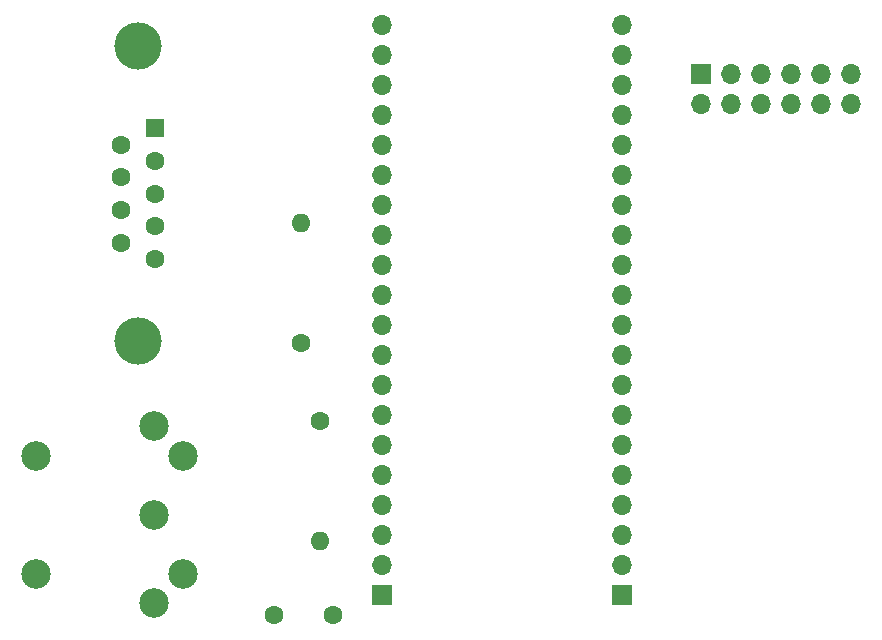
<source format=gbr>
%TF.GenerationSoftware,KiCad,Pcbnew,9.0.2*%
%TF.CreationDate,2025-12-11T17:12:11+00:00*%
%TF.ProjectId,nanoshield,6e616e6f-7368-4696-956c-642e6b696361,rev?*%
%TF.SameCoordinates,Original*%
%TF.FileFunction,Soldermask,Bot*%
%TF.FilePolarity,Negative*%
%FSLAX46Y46*%
G04 Gerber Fmt 4.6, Leading zero omitted, Abs format (unit mm)*
G04 Created by KiCad (PCBNEW 9.0.2) date 2025-12-11 17:12:11*
%MOMM*%
%LPD*%
G01*
G04 APERTURE LIST*
%ADD10R,1.700000X1.700000*%
%ADD11O,1.700000X1.700000*%
%ADD12C,4.000000*%
%ADD13R,1.600000X1.600000*%
%ADD14C,1.600000*%
%ADD15O,1.600000X1.600000*%
%ADD16C,2.499360*%
G04 APERTURE END LIST*
D10*
%TO.C,J3*%
X122550000Y-81240000D03*
D11*
X122550000Y-78700000D03*
X122550000Y-76160000D03*
X122550000Y-73620000D03*
X122550000Y-71080000D03*
X122550000Y-68540000D03*
X122550000Y-66000000D03*
X122550000Y-63460000D03*
X122550000Y-60920000D03*
X122550000Y-58380000D03*
X122550000Y-55840000D03*
X122550000Y-53300000D03*
X122550000Y-50760000D03*
X122550000Y-48220000D03*
X122550000Y-45680000D03*
X122550000Y-43140000D03*
X122550000Y-40600000D03*
X122550000Y-38060000D03*
X122550000Y-35520000D03*
X122550000Y-32980000D03*
%TD*%
D10*
%TO.C,J1*%
X142850000Y-81200000D03*
D11*
X142850000Y-78660000D03*
X142850000Y-76120000D03*
X142850000Y-73580000D03*
X142850000Y-71040000D03*
X142850000Y-68500000D03*
X142850000Y-65960000D03*
X142850000Y-63420000D03*
X142850000Y-60880000D03*
X142850000Y-58340000D03*
X142850000Y-55800000D03*
X142850000Y-53260000D03*
X142850000Y-50720000D03*
X142850000Y-48180000D03*
X142850000Y-45640000D03*
X142850000Y-43100000D03*
X142850000Y-40560000D03*
X142850000Y-38020000D03*
X142850000Y-35480000D03*
X142850000Y-32940000D03*
%TD*%
D12*
%TO.C,J2*%
X101900000Y-34750000D03*
X101900000Y-59750000D03*
D13*
X103320000Y-41710000D03*
D14*
X103320000Y-44480000D03*
X103320000Y-47250000D03*
X103320000Y-50020000D03*
X103320000Y-52790000D03*
X100480000Y-43095000D03*
X100480000Y-45865000D03*
X100480000Y-48635000D03*
X100480000Y-51405000D03*
%TD*%
%TO.C,C1*%
X118400000Y-82950000D03*
X113400000Y-82950000D03*
%TD*%
%TO.C,R1*%
X117350000Y-66470000D03*
D15*
X117350000Y-76630000D03*
%TD*%
D16*
%TO.C,J5*%
X93250000Y-69447440D03*
X93250000Y-79449960D03*
X103244900Y-81946780D03*
X103247440Y-74448700D03*
X103244900Y-66950620D03*
X105746800Y-79444880D03*
X105746800Y-69452520D03*
%TD*%
D14*
%TO.C,R2*%
X115700000Y-59880000D03*
D15*
X115700000Y-49720000D03*
%TD*%
D10*
%TO.C,J4*%
X149580000Y-37160000D03*
D11*
X149580000Y-39700000D03*
X152120000Y-37160000D03*
X152120000Y-39700000D03*
X154660000Y-37160000D03*
X154660000Y-39700000D03*
X157200000Y-37160000D03*
X157200000Y-39700000D03*
X159740000Y-37160000D03*
X159740000Y-39700000D03*
X162280000Y-37160000D03*
X162280000Y-39700000D03*
%TD*%
M02*

</source>
